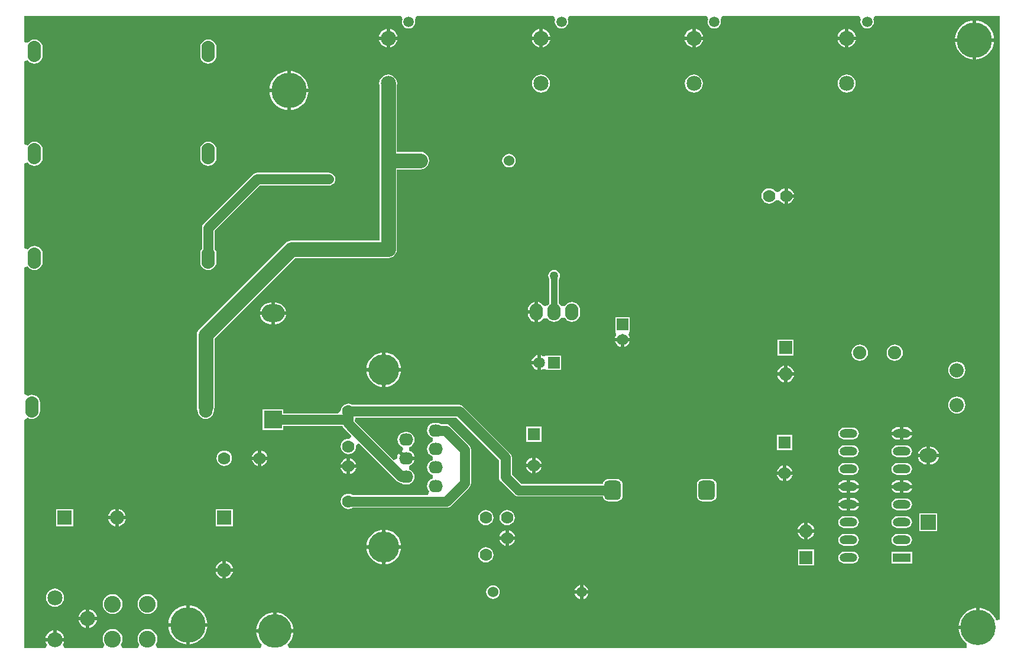
<source format=gbl>
G04 Layer_Physical_Order=2*
G04 Layer_Color=16711680*
%FSLAX25Y25*%
%MOIN*%
G70*
G01*
G75*
%ADD12C,0.03500*%
%ADD13C,0.05500*%
%ADD14C,0.08200*%
%ADD15C,0.07000*%
%ADD16R,0.07000X0.07000*%
%ADD17R,0.06500X0.06500*%
%ADD18C,0.06500*%
%ADD19R,0.06500X0.06500*%
%ADD20C,0.07500*%
%ADD21R,0.08500X0.08500*%
%ADD22O,0.10000X0.08000*%
%ADD23R,0.07500X0.07500*%
%ADD24O,0.07500X0.09500*%
%ADD25O,0.10000X0.05000*%
%ADD26R,0.10000X0.05000*%
%ADD27O,0.08000X0.07000*%
%ADD28C,0.19000*%
%ADD29C,0.09500*%
%ADD30C,0.20000*%
%ADD31C,0.06000*%
%ADD32C,0.08000*%
G04:AMPARAMS|DCode=33|XSize=95mil|YSize=110mil|CornerRadius=23.75mil|HoleSize=0mil|Usage=FLASHONLY|Rotation=0.000|XOffset=0mil|YOffset=0mil|HoleType=Round|Shape=RoundedRectangle|*
%AMROUNDEDRECTD33*
21,1,0.09500,0.06250,0,0,0.0*
21,1,0.04750,0.11000,0,0,0.0*
1,1,0.04750,0.02375,-0.03125*
1,1,0.04750,-0.02375,-0.03125*
1,1,0.04750,-0.02375,0.03125*
1,1,0.04750,0.02375,0.03125*
%
%ADD33ROUNDEDRECTD33*%
%ADD34C,0.08500*%
%ADD35C,0.17500*%
%ADD36O,0.07500X0.12000*%
%ADD37O,0.13000X0.10000*%
%ADD38R,0.10000X0.10000*%
%ADD39C,0.05906*%
%ADD40R,0.08000X0.08000*%
%ADD41R,0.08000X0.08000*%
%ADD42C,0.05000*%
%ADD43C,0.02000*%
G36*
X552184Y18555D02*
X550184Y18157D01*
X549831Y19009D01*
X548927Y20486D01*
X547802Y21802D01*
X546486Y22927D01*
X545009Y23831D01*
X543410Y24494D01*
X541726Y24898D01*
X541000Y24955D01*
Y14000D01*
X540000D01*
Y13000D01*
X529045D01*
X529102Y12274D01*
X529506Y10590D01*
X530169Y8991D01*
X531073Y7514D01*
X532198Y6198D01*
X533514Y5073D01*
X533652Y2643D01*
X533402Y2316D01*
X151408D01*
X150670Y4316D01*
X150948Y4552D01*
X152021Y5809D01*
X152884Y7218D01*
X153517Y8745D01*
X153903Y10352D01*
X153954Y11000D01*
X133046D01*
X133097Y10352D01*
X133483Y8745D01*
X134116Y7218D01*
X134979Y5809D01*
X136052Y4552D01*
X136330Y4316D01*
X135592Y2316D01*
X77215D01*
X76237Y4316D01*
X76533Y4701D01*
X77092Y6051D01*
X77283Y7500D01*
X77092Y8949D01*
X76533Y10299D01*
X75643Y11458D01*
X74484Y12348D01*
X73134Y12907D01*
X71685Y13098D01*
X70236Y12907D01*
X68886Y12348D01*
X67727Y11458D01*
X66837Y10299D01*
X66278Y8949D01*
X66087Y7500D01*
X66278Y6051D01*
X66837Y4701D01*
X67133Y4316D01*
X66155Y2316D01*
X57530D01*
X56552Y4316D01*
X56848Y4701D01*
X57407Y6051D01*
X57598Y7500D01*
X57407Y8949D01*
X56848Y10299D01*
X55958Y11458D01*
X54799Y12348D01*
X53449Y12907D01*
X52000Y13098D01*
X50551Y12907D01*
X49201Y12348D01*
X48042Y11458D01*
X47152Y10299D01*
X46593Y8949D01*
X46402Y7500D01*
X46593Y6051D01*
X47152Y4701D01*
X47448Y4316D01*
X46470Y2316D01*
X24891D01*
X23904Y4316D01*
X24086Y4552D01*
X24615Y5830D01*
X24664Y6200D01*
X14336D01*
X14385Y5830D01*
X14914Y4552D01*
X15096Y4316D01*
X14109Y2316D01*
X2316D01*
Y131205D01*
X4205Y132276D01*
X5312Y131817D01*
X6500Y131661D01*
X7688Y131817D01*
X8795Y132276D01*
X9745Y133005D01*
X10474Y133955D01*
X10933Y135062D01*
X11089Y136250D01*
Y140750D01*
X10933Y141938D01*
X10474Y143045D01*
X9745Y143995D01*
X8795Y144724D01*
X7688Y145183D01*
X6500Y145339D01*
X5312Y145183D01*
X4205Y144724D01*
X2316Y145795D01*
Y217052D01*
X2746Y217279D01*
X4316Y217577D01*
X4755Y217005D01*
X5705Y216276D01*
X6812Y215817D01*
X8000Y215661D01*
X9188Y215817D01*
X10295Y216276D01*
X11245Y217005D01*
X11974Y217955D01*
X12433Y219062D01*
X12589Y220250D01*
Y224750D01*
X12433Y225938D01*
X11974Y227045D01*
X11245Y227995D01*
X10295Y228724D01*
X9188Y229183D01*
X8000Y229339D01*
X6812Y229183D01*
X5705Y228724D01*
X4755Y227995D01*
X4316Y227423D01*
X2746Y227721D01*
X2316Y227948D01*
Y275802D01*
X2746Y276029D01*
X4316Y276327D01*
X4755Y275755D01*
X5705Y275026D01*
X6812Y274567D01*
X8000Y274411D01*
X9188Y274567D01*
X10295Y275026D01*
X11245Y275755D01*
X11974Y276705D01*
X12433Y277812D01*
X12589Y279000D01*
Y283500D01*
X12433Y284688D01*
X11974Y285795D01*
X11245Y286745D01*
X10295Y287474D01*
X9188Y287933D01*
X8000Y288089D01*
X6812Y287933D01*
X5705Y287474D01*
X4755Y286745D01*
X4316Y286173D01*
X2746Y286471D01*
X2316Y286698D01*
Y333552D01*
X2746Y333779D01*
X4316Y334077D01*
X4755Y333505D01*
X5705Y332776D01*
X6812Y332317D01*
X8000Y332161D01*
X9188Y332317D01*
X10295Y332776D01*
X11245Y333505D01*
X11974Y334455D01*
X12433Y335562D01*
X12589Y336750D01*
Y341250D01*
X12433Y342438D01*
X11974Y343545D01*
X11245Y344495D01*
X10295Y345224D01*
X9188Y345683D01*
X8000Y345839D01*
X6812Y345683D01*
X5705Y345224D01*
X4755Y344495D01*
X4316Y343923D01*
X2746Y344221D01*
X2316Y344448D01*
Y359184D01*
X214293D01*
X214798Y358635D01*
X215458Y357184D01*
X215289Y356777D01*
X215160Y355797D01*
X215289Y354818D01*
X215667Y353905D01*
X216268Y353121D01*
X217052Y352519D01*
X217965Y352141D01*
X218945Y352012D01*
X219924Y352141D01*
X220837Y352519D01*
X221621Y353121D01*
X222223Y353905D01*
X222601Y354818D01*
X222730Y355797D01*
X222601Y356777D01*
X222432Y357184D01*
X223092Y358635D01*
X223597Y359184D01*
X300459D01*
X300965Y358635D01*
X301624Y357184D01*
X301455Y356777D01*
X301326Y355797D01*
X301455Y354818D01*
X301834Y353905D01*
X302435Y353121D01*
X303219Y352519D01*
X304132Y352141D01*
X305112Y352012D01*
X306091Y352141D01*
X307004Y352519D01*
X307788Y353121D01*
X308390Y353905D01*
X308768Y354818D01*
X308897Y355797D01*
X308768Y356777D01*
X308599Y357184D01*
X309258Y358635D01*
X309764Y359184D01*
X386626D01*
X387132Y358635D01*
X387791Y357184D01*
X387622Y356777D01*
X387493Y355797D01*
X387622Y354818D01*
X388000Y353905D01*
X388602Y353121D01*
X389386Y352519D01*
X390299Y352141D01*
X391278Y352012D01*
X392258Y352141D01*
X393171Y352519D01*
X393955Y353121D01*
X394556Y353905D01*
X394934Y354818D01*
X395063Y355797D01*
X394934Y356777D01*
X394766Y357184D01*
X395425Y358635D01*
X395930Y359184D01*
X472793D01*
X473298Y358635D01*
X473957Y357184D01*
X473789Y356777D01*
X473660Y355797D01*
X473789Y354818D01*
X474167Y353905D01*
X474768Y353121D01*
X475552Y352519D01*
X476465Y352141D01*
X477445Y352012D01*
X478425Y352141D01*
X479337Y352519D01*
X480121Y353121D01*
X480723Y353905D01*
X481101Y354818D01*
X481230Y355797D01*
X481101Y356777D01*
X480932Y357184D01*
X481592Y358635D01*
X482097Y359184D01*
X552184D01*
Y18555D01*
D02*
G37*
%LPC*%
G36*
X466000Y82500D02*
X461126D01*
X461443Y81735D01*
X462004Y81004D01*
X462735Y80443D01*
X463586Y80090D01*
X464500Y79970D01*
X466000D01*
Y82500D01*
D02*
G37*
G36*
X472874D02*
X468000D01*
Y79970D01*
X469500D01*
X470414Y80090D01*
X471265Y80443D01*
X471996Y81004D01*
X472557Y81735D01*
X472874Y82500D01*
D02*
G37*
G36*
X55500Y80911D02*
Y77000D01*
X59412D01*
X59371Y77305D01*
X58868Y78522D01*
X58066Y79566D01*
X57022Y80367D01*
X55805Y80871D01*
X55500Y80911D01*
D02*
G37*
G36*
X274500Y80337D02*
X273377Y80189D01*
X272331Y79756D01*
X271433Y79067D01*
X270744Y78169D01*
X270311Y77122D01*
X270163Y76000D01*
X270311Y74878D01*
X270744Y73831D01*
X271433Y72933D01*
X272331Y72244D01*
X273377Y71811D01*
X274500Y71663D01*
X275623Y71811D01*
X276669Y72244D01*
X277567Y72933D01*
X278256Y73831D01*
X278689Y74878D01*
X278837Y76000D01*
X278689Y77122D01*
X278256Y78169D01*
X277567Y79067D01*
X276669Y79756D01*
X275623Y80189D01*
X274500Y80337D01*
D02*
G37*
G36*
X53500Y80911D02*
X53195Y80871D01*
X51978Y80367D01*
X50934Y79566D01*
X50133Y78522D01*
X49629Y77305D01*
X49589Y77000D01*
X53500D01*
Y80911D01*
D02*
G37*
G36*
X389375Y97827D02*
X384625D01*
X383796Y97718D01*
X383024Y97398D01*
X382361Y96889D01*
X381852Y96226D01*
X381532Y95454D01*
X381423Y94625D01*
Y88375D01*
X381532Y87546D01*
X381852Y86774D01*
X382361Y86111D01*
X383024Y85602D01*
X383796Y85282D01*
X384625Y85173D01*
X389375D01*
X390204Y85282D01*
X390976Y85602D01*
X391639Y86111D01*
X392148Y86774D01*
X392468Y87546D01*
X392577Y88375D01*
Y94625D01*
X392468Y95454D01*
X392148Y96226D01*
X391639Y96889D01*
X390976Y97398D01*
X390204Y97718D01*
X389375Y97827D01*
D02*
G37*
G36*
X234600Y129512D02*
X233600D01*
X232477Y129364D01*
X231431Y128931D01*
X230533Y128242D01*
X229844Y127344D01*
X229411Y126297D01*
X229263Y125175D01*
X229411Y124053D01*
X229844Y123006D01*
X230533Y122108D01*
X231431Y121419D01*
X232477Y120986D01*
X232683Y120959D01*
Y118941D01*
X232477Y118914D01*
X231431Y118481D01*
X230533Y117792D01*
X229844Y116894D01*
X229411Y115848D01*
X229263Y114725D01*
X229411Y113602D01*
X229844Y112556D01*
X230533Y111658D01*
X231431Y110969D01*
X232477Y110536D01*
X232683Y110509D01*
Y108491D01*
X232477Y108464D01*
X231431Y108031D01*
X230533Y107342D01*
X229844Y106444D01*
X229411Y105397D01*
X229263Y104275D01*
X229411Y103153D01*
X229844Y102106D01*
X230533Y101208D01*
X231431Y100519D01*
X232477Y100086D01*
X232683Y100059D01*
Y98041D01*
X232477Y98014D01*
X231431Y97581D01*
X230533Y96892D01*
X229844Y95994D01*
X229411Y94947D01*
X229263Y93825D01*
X229411Y92703D01*
X229844Y91656D01*
X230516Y90781D01*
X230502Y90672D01*
X229825Y88781D01*
X187397D01*
X187169Y88956D01*
X186123Y89389D01*
X185000Y89537D01*
X183878Y89389D01*
X182831Y88956D01*
X181933Y88267D01*
X181244Y87369D01*
X180811Y86322D01*
X180663Y85200D01*
X180811Y84078D01*
X181244Y83031D01*
X181933Y82133D01*
X182831Y81444D01*
X183878Y81011D01*
X185000Y80863D01*
X186123Y81011D01*
X187169Y81444D01*
X187397Y81619D01*
X240300D01*
X241227Y81741D01*
X242090Y82099D01*
X242832Y82668D01*
X253032Y92868D01*
X253601Y93610D01*
X253959Y94473D01*
X254081Y95400D01*
Y114500D01*
X253959Y115427D01*
X253601Y116290D01*
X253032Y117032D01*
X242357Y127707D01*
X241615Y128276D01*
X240752Y128634D01*
X239825Y128756D01*
X236997D01*
X236769Y128931D01*
X235722Y129364D01*
X234600Y129512D01*
D02*
G37*
G36*
X469500Y87030D02*
X468000D01*
Y84500D01*
X472874D01*
X472557Y85265D01*
X471996Y85996D01*
X471265Y86557D01*
X470414Y86910D01*
X469500Y87030D01*
D02*
G37*
G36*
X499500Y86829D02*
X494500D01*
X493639Y86715D01*
X492836Y86383D01*
X492146Y85854D01*
X491617Y85164D01*
X491285Y84361D01*
X491172Y83500D01*
X491285Y82639D01*
X491617Y81836D01*
X492146Y81146D01*
X492836Y80617D01*
X493639Y80285D01*
X494500Y80172D01*
X499500D01*
X500361Y80285D01*
X501164Y80617D01*
X501854Y81146D01*
X502383Y81836D01*
X502715Y82639D01*
X502829Y83500D01*
X502715Y84361D01*
X502383Y85164D01*
X501854Y85854D01*
X501164Y86383D01*
X500361Y86715D01*
X499500Y86829D01*
D02*
G37*
G36*
X466000Y87030D02*
X464500D01*
X463586Y86910D01*
X462735Y86557D01*
X462004Y85996D01*
X461443Y85265D01*
X461126Y84500D01*
X466000D01*
Y87030D01*
D02*
G37*
G36*
X469500Y76828D02*
X464500D01*
X463638Y76715D01*
X462836Y76383D01*
X462146Y75854D01*
X461618Y75164D01*
X461285Y74361D01*
X461171Y73500D01*
X461285Y72638D01*
X461618Y71836D01*
X462146Y71146D01*
X462836Y70617D01*
X463638Y70285D01*
X464500Y70171D01*
X469500D01*
X470362Y70285D01*
X471164Y70617D01*
X471854Y71146D01*
X472382Y71836D01*
X472715Y72638D01*
X472828Y73500D01*
X472715Y74361D01*
X472382Y75164D01*
X471854Y75854D01*
X471164Y76383D01*
X470362Y76715D01*
X469500Y76828D01*
D02*
G37*
G36*
X499500D02*
X494500D01*
X493639Y76715D01*
X492836Y76383D01*
X492146Y75854D01*
X491617Y75164D01*
X491285Y74361D01*
X491172Y73500D01*
X491285Y72638D01*
X491617Y71836D01*
X492146Y71146D01*
X492836Y70617D01*
X493639Y70285D01*
X494500Y70171D01*
X499500D01*
X500361Y70285D01*
X501164Y70617D01*
X501854Y71146D01*
X502383Y71836D01*
X502715Y72638D01*
X502829Y73500D01*
X502715Y74361D01*
X502383Y75164D01*
X501854Y75854D01*
X501164Y76383D01*
X500361Y76715D01*
X499500Y76828D01*
D02*
G37*
G36*
X444000Y73159D02*
Y69500D01*
X447659D01*
X447628Y69740D01*
X447149Y70895D01*
X446388Y71888D01*
X445396Y72649D01*
X444240Y73128D01*
X444000Y73159D01*
D02*
G37*
G36*
X517050Y78525D02*
X506950D01*
Y68425D01*
X517050D01*
Y78525D01*
D02*
G37*
G36*
X442000Y73159D02*
X441760Y73128D01*
X440604Y72649D01*
X439612Y71888D01*
X438851Y70895D01*
X438372Y69740D01*
X438341Y69500D01*
X442000D01*
Y73159D01*
D02*
G37*
G36*
X119800Y80800D02*
X110200D01*
Y71200D01*
X119800D01*
Y80800D01*
D02*
G37*
G36*
X262500Y80337D02*
X261378Y80189D01*
X260331Y79756D01*
X259433Y79067D01*
X258744Y78169D01*
X258311Y77122D01*
X258163Y76000D01*
X258311Y74878D01*
X258744Y73831D01*
X259433Y72933D01*
X260331Y72244D01*
X261378Y71811D01*
X262500Y71663D01*
X263622Y71811D01*
X264669Y72244D01*
X265567Y72933D01*
X266256Y73831D01*
X266689Y74878D01*
X266837Y76000D01*
X266689Y77122D01*
X266256Y78169D01*
X265567Y79067D01*
X264669Y79756D01*
X263622Y80189D01*
X262500Y80337D01*
D02*
G37*
G36*
X29800Y80800D02*
X20200D01*
Y71200D01*
X29800D01*
Y80800D01*
D02*
G37*
G36*
X53500Y75000D02*
X49589D01*
X49629Y74695D01*
X50133Y73478D01*
X50934Y72434D01*
X51978Y71632D01*
X53195Y71129D01*
X53500Y71088D01*
Y75000D01*
D02*
G37*
G36*
X59412D02*
X55500D01*
Y71088D01*
X55805Y71129D01*
X57022Y71632D01*
X58066Y72434D01*
X58868Y73478D01*
X59371Y74695D01*
X59412Y75000D01*
D02*
G37*
G36*
X189407Y104000D02*
X186000D01*
Y100593D01*
X186175Y100616D01*
X187269Y101069D01*
X188209Y101791D01*
X188931Y102731D01*
X189384Y103825D01*
X189407Y104000D01*
D02*
G37*
G36*
X288500Y104500D02*
X285093D01*
X285116Y104325D01*
X285569Y103231D01*
X286291Y102291D01*
X287231Y101569D01*
X288325Y101116D01*
X288500Y101093D01*
Y104500D01*
D02*
G37*
G36*
X184000Y104000D02*
X180593D01*
X180616Y103825D01*
X181069Y102731D01*
X181791Y101791D01*
X182731Y101069D01*
X183825Y100616D01*
X184000Y100593D01*
Y104000D01*
D02*
G37*
G36*
X469500Y106828D02*
X464500D01*
X463638Y106715D01*
X462836Y106383D01*
X462146Y105854D01*
X461618Y105164D01*
X461285Y104361D01*
X461171Y103500D01*
X461285Y102638D01*
X461618Y101836D01*
X462146Y101146D01*
X462836Y100617D01*
X463638Y100285D01*
X464500Y100171D01*
X469500D01*
X470362Y100285D01*
X471164Y100617D01*
X471854Y101146D01*
X472382Y101836D01*
X472715Y102638D01*
X472828Y103500D01*
X472715Y104361D01*
X472382Y105164D01*
X471854Y105854D01*
X471164Y106383D01*
X470362Y106715D01*
X469500Y106828D01*
D02*
G37*
G36*
X499500D02*
X494500D01*
X493639Y106715D01*
X492836Y106383D01*
X492146Y105854D01*
X491617Y105164D01*
X491285Y104361D01*
X491172Y103500D01*
X491285Y102638D01*
X491617Y101836D01*
X492146Y101146D01*
X492836Y100617D01*
X493639Y100285D01*
X494500Y100171D01*
X499500D01*
X500361Y100285D01*
X501164Y100617D01*
X501854Y101146D01*
X502383Y101836D01*
X502715Y102638D01*
X502829Y103500D01*
X502715Y104361D01*
X502383Y105164D01*
X501854Y105854D01*
X501164Y106383D01*
X500361Y106715D01*
X499500Y106828D01*
D02*
G37*
G36*
X134000Y108500D02*
X130593D01*
X130616Y108325D01*
X131069Y107231D01*
X131791Y106291D01*
X132731Y105569D01*
X133825Y105116D01*
X134000Y105093D01*
Y108500D01*
D02*
G37*
G36*
X139407D02*
X136000D01*
Y105093D01*
X136175Y105116D01*
X137269Y105569D01*
X138209Y106291D01*
X138931Y107231D01*
X139384Y108325D01*
X139407Y108500D01*
D02*
G37*
G36*
X432000Y105407D02*
Y102000D01*
X435407D01*
X435384Y102175D01*
X434931Y103269D01*
X434209Y104209D01*
X433269Y104931D01*
X432175Y105384D01*
X432000Y105407D01*
D02*
G37*
G36*
X293907Y104500D02*
X290500D01*
Y101093D01*
X290675Y101116D01*
X291769Y101569D01*
X292709Y102291D01*
X293431Y103231D01*
X293884Y104325D01*
X293907Y104500D01*
D02*
G37*
G36*
X430000Y105407D02*
X429825Y105384D01*
X428731Y104931D01*
X427791Y104209D01*
X427069Y103269D01*
X426616Y102175D01*
X426593Y102000D01*
X430000D01*
Y105407D01*
D02*
G37*
G36*
X502874Y92500D02*
X498000D01*
Y89970D01*
X499500D01*
X500414Y90090D01*
X501265Y90443D01*
X501996Y91004D01*
X502557Y91735D01*
X502874Y92500D01*
D02*
G37*
G36*
X466000Y97030D02*
X464500D01*
X463586Y96910D01*
X462735Y96557D01*
X462004Y95996D01*
X461443Y95265D01*
X461126Y94500D01*
X466000D01*
Y97030D01*
D02*
G37*
G36*
X496000Y92500D02*
X491126D01*
X491443Y91735D01*
X492004Y91004D01*
X492735Y90443D01*
X493586Y90090D01*
X494500Y89970D01*
X496000D01*
Y92500D01*
D02*
G37*
G36*
X466000D02*
X461126D01*
X461443Y91735D01*
X462004Y91004D01*
X462735Y90443D01*
X463586Y90090D01*
X464500Y89970D01*
X466000D01*
Y92500D01*
D02*
G37*
G36*
X472874D02*
X468000D01*
Y89970D01*
X469500D01*
X470414Y90090D01*
X471265Y90443D01*
X471996Y91004D01*
X472557Y91735D01*
X472874Y92500D01*
D02*
G37*
G36*
X430000Y100000D02*
X426593D01*
X426616Y99825D01*
X427069Y98731D01*
X427791Y97791D01*
X428731Y97069D01*
X429825Y96616D01*
X430000Y96593D01*
Y100000D01*
D02*
G37*
G36*
X435407D02*
X432000D01*
Y96593D01*
X432175Y96616D01*
X433269Y97069D01*
X434209Y97791D01*
X434931Y98731D01*
X435384Y99825D01*
X435407Y100000D01*
D02*
G37*
G36*
X499500Y97030D02*
X498000D01*
Y94500D01*
X502874D01*
X502557Y95265D01*
X501996Y95996D01*
X501265Y96557D01*
X500414Y96910D01*
X499500Y97030D01*
D02*
G37*
G36*
X469500D02*
X468000D01*
Y94500D01*
X472874D01*
X472557Y95265D01*
X471996Y95996D01*
X471265Y96557D01*
X470414Y96910D01*
X469500Y97030D01*
D02*
G37*
G36*
X496000D02*
X494500D01*
X493586Y96910D01*
X492735Y96557D01*
X492004Y95996D01*
X491443Y95265D01*
X491126Y94500D01*
X496000D01*
Y97030D01*
D02*
G37*
G36*
X275500Y68907D02*
Y65500D01*
X278907D01*
X278884Y65675D01*
X278431Y66769D01*
X277709Y67709D01*
X276769Y68431D01*
X275675Y68884D01*
X275500Y68907D01*
D02*
G37*
G36*
X52000Y32783D02*
X50551Y32592D01*
X49201Y32033D01*
X48042Y31143D01*
X47152Y29984D01*
X46593Y28634D01*
X46402Y27185D01*
X46593Y25736D01*
X47152Y24386D01*
X48042Y23227D01*
X49201Y22337D01*
X50551Y21778D01*
X52000Y21587D01*
X53449Y21778D01*
X54799Y22337D01*
X55958Y23227D01*
X56848Y24386D01*
X57407Y25736D01*
X57598Y27185D01*
X57407Y28634D01*
X56848Y29984D01*
X55958Y31143D01*
X54799Y32033D01*
X53449Y32592D01*
X52000Y32783D01*
D02*
G37*
G36*
X71685D02*
X70236Y32592D01*
X68886Y32033D01*
X67727Y31143D01*
X66837Y29984D01*
X66278Y28634D01*
X66087Y27185D01*
X66278Y25736D01*
X66837Y24386D01*
X67727Y23227D01*
X68886Y22337D01*
X70236Y21778D01*
X71685Y21587D01*
X73134Y21778D01*
X74484Y22337D01*
X75643Y23227D01*
X76533Y24386D01*
X77092Y25736D01*
X77283Y27185D01*
X77092Y28634D01*
X76533Y29984D01*
X75643Y31143D01*
X74484Y32033D01*
X73134Y32592D01*
X71685Y32783D01*
D02*
G37*
G36*
X39000Y24164D02*
Y20000D01*
X43164D01*
X43115Y20370D01*
X42586Y21648D01*
X41744Y22744D01*
X40648Y23586D01*
X39371Y24115D01*
X39000Y24164D01*
D02*
G37*
G36*
X95500Y26455D02*
Y16500D01*
X105455D01*
X105398Y17226D01*
X104994Y18910D01*
X104331Y20509D01*
X103427Y21986D01*
X102302Y23302D01*
X100986Y24427D01*
X99509Y25331D01*
X97910Y25994D01*
X96226Y26398D01*
X95500Y26455D01*
D02*
G37*
G36*
X37000Y24164D02*
X36630Y24115D01*
X35352Y23586D01*
X34256Y22744D01*
X33414Y21648D01*
X32885Y20370D01*
X32836Y20000D01*
X37000D01*
Y24164D01*
D02*
G37*
G36*
X266500Y37833D02*
X265508Y37702D01*
X264584Y37319D01*
X263790Y36710D01*
X263181Y35916D01*
X262798Y34992D01*
X262667Y34000D01*
X262798Y33008D01*
X263181Y32084D01*
X263790Y31290D01*
X264584Y30681D01*
X265508Y30298D01*
X266500Y30167D01*
X267492Y30298D01*
X268416Y30681D01*
X269210Y31290D01*
X269819Y32084D01*
X270202Y33008D01*
X270333Y34000D01*
X270202Y34992D01*
X269819Y35916D01*
X269210Y36710D01*
X268416Y37319D01*
X267492Y37702D01*
X266500Y37833D01*
D02*
G37*
G36*
X315500Y37903D02*
X315456Y37897D01*
X314483Y37494D01*
X313647Y36853D01*
X313006Y36017D01*
X312603Y35044D01*
X312597Y35000D01*
X315500D01*
Y37903D01*
D02*
G37*
G36*
X320403Y33000D02*
X317500D01*
Y30097D01*
X317544Y30103D01*
X318517Y30506D01*
X319353Y31147D01*
X319994Y31983D01*
X320397Y32956D01*
X320403Y33000D01*
D02*
G37*
G36*
X19500Y35894D02*
X18182Y35720D01*
X16953Y35211D01*
X15898Y34402D01*
X15089Y33347D01*
X14580Y32118D01*
X14406Y30800D01*
X14580Y29482D01*
X15089Y28253D01*
X15898Y27198D01*
X16953Y26389D01*
X18182Y25880D01*
X19500Y25706D01*
X20818Y25880D01*
X22047Y26389D01*
X23102Y27198D01*
X23911Y28253D01*
X24420Y29482D01*
X24594Y30800D01*
X24420Y32118D01*
X23911Y33347D01*
X23102Y34402D01*
X22047Y35211D01*
X20818Y35720D01*
X19500Y35894D01*
D02*
G37*
G36*
X315500Y33000D02*
X312597D01*
X312603Y32956D01*
X313006Y31983D01*
X313647Y31147D01*
X314483Y30506D01*
X315456Y30103D01*
X315500Y30097D01*
Y33000D01*
D02*
G37*
G36*
X20500Y12364D02*
Y8200D01*
X24664D01*
X24615Y8570D01*
X24086Y9848D01*
X23244Y10944D01*
X22148Y11786D01*
X20870Y12315D01*
X20500Y12364D01*
D02*
G37*
G36*
X142500Y22454D02*
X141852Y22403D01*
X140245Y22017D01*
X138718Y21384D01*
X137309Y20521D01*
X136052Y19448D01*
X134979Y18191D01*
X134116Y16782D01*
X133483Y15255D01*
X133097Y13648D01*
X133046Y13000D01*
X142500D01*
Y22454D01*
D02*
G37*
G36*
X18500Y12364D02*
X18129Y12315D01*
X16852Y11786D01*
X15756Y10944D01*
X14914Y9848D01*
X14385Y8570D01*
X14336Y8200D01*
X18500D01*
Y12364D01*
D02*
G37*
G36*
X93500Y14500D02*
X83545D01*
X83602Y13774D01*
X84006Y12090D01*
X84669Y10491D01*
X85573Y9014D01*
X86698Y7698D01*
X88014Y6573D01*
X89491Y5669D01*
X91090Y5006D01*
X92774Y4602D01*
X93500Y4545D01*
Y14500D01*
D02*
G37*
G36*
X105455D02*
X95500D01*
Y4545D01*
X96226Y4602D01*
X97910Y5006D01*
X99509Y5669D01*
X100986Y6573D01*
X102302Y7698D01*
X103427Y9014D01*
X104331Y10491D01*
X104994Y12090D01*
X105398Y13774D01*
X105455Y14500D01*
D02*
G37*
G36*
X539000Y24955D02*
X538274Y24898D01*
X536590Y24494D01*
X534991Y23831D01*
X533514Y22927D01*
X532198Y21802D01*
X531073Y20486D01*
X530169Y19009D01*
X529506Y17410D01*
X529102Y15726D01*
X529045Y15000D01*
X539000D01*
Y24955D01*
D02*
G37*
G36*
X93500Y26455D02*
X92774Y26398D01*
X91090Y25994D01*
X89491Y25331D01*
X88014Y24427D01*
X86698Y23302D01*
X85573Y21986D01*
X84669Y20509D01*
X84006Y18910D01*
X83602Y17226D01*
X83545Y16500D01*
X93500D01*
Y26455D01*
D02*
G37*
G36*
X43164Y18000D02*
X39000D01*
Y13836D01*
X39371Y13885D01*
X40648Y14414D01*
X41744Y15256D01*
X42586Y16352D01*
X43115Y17629D01*
X43164Y18000D01*
D02*
G37*
G36*
X144500Y22454D02*
Y13000D01*
X153954D01*
X153903Y13648D01*
X153517Y15255D01*
X152884Y16782D01*
X152021Y18191D01*
X150948Y19448D01*
X149691Y20521D01*
X148282Y21384D01*
X146755Y22017D01*
X145148Y22403D01*
X144500Y22454D01*
D02*
G37*
G36*
X37000Y18000D02*
X32836D01*
X32885Y17629D01*
X33414Y16352D01*
X34256Y15256D01*
X35352Y14414D01*
X36630Y13885D01*
X37000Y13836D01*
Y18000D01*
D02*
G37*
G36*
X469500Y66829D02*
X464500D01*
X463638Y66715D01*
X462836Y66383D01*
X462146Y65854D01*
X461618Y65164D01*
X461285Y64362D01*
X461171Y63500D01*
X461285Y62638D01*
X461618Y61836D01*
X462146Y61146D01*
X462836Y60617D01*
X463638Y60285D01*
X464500Y60172D01*
X469500D01*
X470362Y60285D01*
X471164Y60617D01*
X471854Y61146D01*
X472382Y61836D01*
X472715Y62638D01*
X472828Y63500D01*
X472715Y64362D01*
X472382Y65164D01*
X471854Y65854D01*
X471164Y66383D01*
X470362Y66715D01*
X469500Y66829D01*
D02*
G37*
G36*
X499500D02*
X494500D01*
X493639Y66715D01*
X492836Y66383D01*
X492146Y65854D01*
X491617Y65164D01*
X491285Y64362D01*
X491172Y63500D01*
X491285Y62638D01*
X491617Y61836D01*
X492146Y61146D01*
X492836Y60617D01*
X493639Y60285D01*
X494500Y60172D01*
X499500D01*
X500361Y60285D01*
X501164Y60617D01*
X501854Y61146D01*
X502383Y61836D01*
X502715Y62638D01*
X502829Y63500D01*
X502715Y64362D01*
X502383Y65164D01*
X501854Y65854D01*
X501164Y66383D01*
X500361Y66715D01*
X499500Y66829D01*
D02*
G37*
G36*
X278907Y63500D02*
X275500D01*
Y60093D01*
X275675Y60116D01*
X276769Y60569D01*
X277709Y61291D01*
X278431Y62231D01*
X278884Y63325D01*
X278907Y63500D01*
D02*
G37*
G36*
X262500Y59337D02*
X261378Y59189D01*
X260331Y58756D01*
X259433Y58067D01*
X258744Y57169D01*
X258311Y56122D01*
X258163Y55000D01*
X258311Y53878D01*
X258744Y52831D01*
X259433Y51933D01*
X260331Y51244D01*
X261378Y50811D01*
X262500Y50663D01*
X263622Y50811D01*
X264669Y51244D01*
X265567Y51933D01*
X266256Y52831D01*
X266689Y53878D01*
X266837Y55000D01*
X266689Y56122D01*
X266256Y57169D01*
X265567Y58067D01*
X264669Y58756D01*
X263622Y59189D01*
X262500Y59337D01*
D02*
G37*
G36*
X273500Y63500D02*
X270093D01*
X270116Y63325D01*
X270569Y62231D01*
X271291Y61291D01*
X272231Y60569D01*
X273325Y60116D01*
X273500Y60093D01*
Y63500D01*
D02*
G37*
G36*
X447659Y67500D02*
X444000D01*
Y63841D01*
X444240Y63872D01*
X445396Y64351D01*
X446388Y65112D01*
X447149Y66105D01*
X447628Y67260D01*
X447659Y67500D01*
D02*
G37*
G36*
X273500Y68907D02*
X273325Y68884D01*
X272231Y68431D01*
X271291Y67709D01*
X270569Y66769D01*
X270116Y65675D01*
X270093Y65500D01*
X273500D01*
Y68907D01*
D02*
G37*
G36*
X442000Y67500D02*
X438341D01*
X438372Y67260D01*
X438851Y66105D01*
X439612Y65112D01*
X440604Y64351D01*
X441760Y63872D01*
X442000Y63841D01*
Y67500D01*
D02*
G37*
G36*
X204000Y69199D02*
X203089Y69109D01*
X201251Y68551D01*
X199557Y67646D01*
X198072Y66428D01*
X196854Y64943D01*
X195949Y63249D01*
X195391Y61411D01*
X195301Y60500D01*
X204000D01*
Y69199D01*
D02*
G37*
G36*
X206000D02*
Y60500D01*
X214699D01*
X214609Y61411D01*
X214051Y63249D01*
X213146Y64943D01*
X211928Y66428D01*
X210443Y67646D01*
X208749Y68551D01*
X206911Y69109D01*
X206000Y69199D01*
D02*
G37*
G36*
X114000Y51411D02*
X113695Y51371D01*
X112478Y50867D01*
X111434Y50066D01*
X110633Y49022D01*
X110129Y47805D01*
X110089Y47500D01*
X114000D01*
Y51411D01*
D02*
G37*
G36*
X116000D02*
Y47500D01*
X119912D01*
X119871Y47805D01*
X119368Y49022D01*
X118566Y50066D01*
X117522Y50867D01*
X116305Y51371D01*
X116000Y51411D01*
D02*
G37*
G36*
X119912Y45500D02*
X116000D01*
Y41589D01*
X116305Y41629D01*
X117522Y42132D01*
X118566Y42934D01*
X119368Y43978D01*
X119871Y45195D01*
X119912Y45500D01*
D02*
G37*
G36*
X317500Y37903D02*
Y35000D01*
X320403D01*
X320397Y35044D01*
X319994Y36017D01*
X319353Y36853D01*
X318517Y37494D01*
X317544Y37897D01*
X317500Y37903D01*
D02*
G37*
G36*
X114000Y45500D02*
X110089D01*
X110129Y45195D01*
X110633Y43978D01*
X111434Y42934D01*
X112478Y42132D01*
X113695Y41629D01*
X114000Y41589D01*
Y45500D01*
D02*
G37*
G36*
X469500Y56828D02*
X464500D01*
X463638Y56715D01*
X462836Y56383D01*
X462146Y55854D01*
X461618Y55164D01*
X461285Y54361D01*
X461171Y53500D01*
X461285Y52639D01*
X461618Y51836D01*
X462146Y51146D01*
X462836Y50617D01*
X463638Y50285D01*
X464500Y50172D01*
X469500D01*
X470362Y50285D01*
X471164Y50617D01*
X471854Y51146D01*
X472382Y51836D01*
X472715Y52639D01*
X472828Y53500D01*
X472715Y54361D01*
X472382Y55164D01*
X471854Y55854D01*
X471164Y56383D01*
X470362Y56715D01*
X469500Y56828D01*
D02*
G37*
G36*
X502800Y56800D02*
X491200D01*
Y50200D01*
X502800D01*
Y56800D01*
D02*
G37*
G36*
X214699Y58500D02*
X206000D01*
Y49801D01*
X206911Y49891D01*
X208749Y50449D01*
X210443Y51354D01*
X211928Y52572D01*
X213146Y54057D01*
X214051Y55751D01*
X214609Y57589D01*
X214699Y58500D01*
D02*
G37*
G36*
X447550Y58050D02*
X438450D01*
Y48950D01*
X447550D01*
Y58050D01*
D02*
G37*
G36*
X204000Y58500D02*
X195301D01*
X195391Y57589D01*
X195949Y55751D01*
X196854Y54057D01*
X198072Y52572D01*
X199557Y51354D01*
X201251Y50449D01*
X203089Y49891D01*
X204000Y49801D01*
Y58500D01*
D02*
G37*
G36*
X115000Y113837D02*
X113877Y113689D01*
X112831Y113256D01*
X111933Y112567D01*
X111244Y111669D01*
X110811Y110623D01*
X110663Y109500D01*
X110811Y108378D01*
X111244Y107331D01*
X111933Y106433D01*
X112831Y105744D01*
X113877Y105311D01*
X115000Y105163D01*
X116122Y105311D01*
X117169Y105744D01*
X118067Y106433D01*
X118756Y107331D01*
X119189Y108378D01*
X119337Y109500D01*
X119189Y110623D01*
X118756Y111669D01*
X118067Y112567D01*
X117169Y113256D01*
X116122Y113689D01*
X115000Y113837D01*
D02*
G37*
G36*
X162455Y316000D02*
X152500D01*
Y306045D01*
X153226Y306102D01*
X154910Y306506D01*
X156509Y307169D01*
X157986Y308073D01*
X159302Y309198D01*
X160427Y310514D01*
X161331Y311991D01*
X161994Y313590D01*
X162398Y315274D01*
X162455Y316000D01*
D02*
G37*
G36*
X293616Y326048D02*
X292297Y325875D01*
X291069Y325366D01*
X290014Y324556D01*
X289204Y323501D01*
X288696Y322273D01*
X288522Y320955D01*
X288696Y319636D01*
X289204Y318408D01*
X290014Y317353D01*
X291069Y316544D01*
X292297Y316035D01*
X293616Y315861D01*
X294934Y316035D01*
X296162Y316544D01*
X297217Y317353D01*
X298027Y318408D01*
X298535Y319636D01*
X298709Y320955D01*
X298535Y322273D01*
X298027Y323501D01*
X297217Y324556D01*
X296162Y325366D01*
X294934Y325875D01*
X293616Y326048D01*
D02*
G37*
G36*
X150500Y316000D02*
X140545D01*
X140602Y315274D01*
X141006Y313590D01*
X141669Y311991D01*
X142573Y310514D01*
X143698Y309198D01*
X145014Y308073D01*
X146491Y307169D01*
X148090Y306506D01*
X149774Y306102D01*
X150500Y306045D01*
Y316000D01*
D02*
G37*
G36*
X275500Y281333D02*
X274508Y281202D01*
X273584Y280819D01*
X272790Y280210D01*
X272181Y279416D01*
X271798Y278492D01*
X271667Y277500D01*
X271798Y276508D01*
X272181Y275584D01*
X272790Y274790D01*
X273584Y274181D01*
X274508Y273798D01*
X275500Y273667D01*
X276492Y273798D01*
X277416Y274181D01*
X278210Y274790D01*
X278819Y275584D01*
X279202Y276508D01*
X279333Y277500D01*
X279202Y278492D01*
X278819Y279416D01*
X278210Y280210D01*
X277416Y280819D01*
X276492Y281202D01*
X275500Y281333D01*
D02*
G37*
G36*
X106000Y288089D02*
X104812Y287933D01*
X103705Y287474D01*
X102755Y286745D01*
X102026Y285795D01*
X101567Y284688D01*
X101411Y283500D01*
Y279000D01*
X101567Y277812D01*
X102026Y276705D01*
X102755Y275755D01*
X103705Y275026D01*
X104812Y274567D01*
X106000Y274411D01*
X107188Y274567D01*
X108295Y275026D01*
X109245Y275755D01*
X109974Y276705D01*
X110433Y277812D01*
X110589Y279000D01*
Y283500D01*
X110433Y284688D01*
X109974Y285795D01*
X109245Y286745D01*
X108295Y287474D01*
X107188Y287933D01*
X106000Y288089D01*
D02*
G37*
G36*
X152500Y327955D02*
Y318000D01*
X162455D01*
X162398Y318726D01*
X161994Y320410D01*
X161331Y322009D01*
X160427Y323486D01*
X159302Y324802D01*
X157986Y325927D01*
X156509Y326831D01*
X154910Y327494D01*
X153226Y327898D01*
X152500Y327955D01*
D02*
G37*
G36*
X106000Y345839D02*
X104812Y345683D01*
X103705Y345224D01*
X102755Y344495D01*
X102026Y343545D01*
X101567Y342438D01*
X101411Y341250D01*
Y336750D01*
X101567Y335562D01*
X102026Y334455D01*
X102755Y333505D01*
X103705Y332776D01*
X104812Y332317D01*
X106000Y332161D01*
X107188Y332317D01*
X108295Y332776D01*
X109245Y333505D01*
X109974Y334455D01*
X110433Y335562D01*
X110589Y336750D01*
Y341250D01*
X110433Y342438D01*
X109974Y343545D01*
X109245Y344495D01*
X108295Y345224D01*
X107188Y345683D01*
X106000Y345839D01*
D02*
G37*
G36*
X150500Y327955D02*
X149774Y327898D01*
X148090Y327494D01*
X146491Y326831D01*
X145014Y325927D01*
X143698Y324802D01*
X142573Y323486D01*
X141669Y322009D01*
X141006Y320410D01*
X140602Y318726D01*
X140545Y318000D01*
X150500D01*
Y327955D01*
D02*
G37*
G36*
X379782Y326048D02*
X378464Y325875D01*
X377235Y325366D01*
X376180Y324556D01*
X375371Y323501D01*
X374862Y322273D01*
X374689Y320955D01*
X374862Y319636D01*
X375371Y318408D01*
X376180Y317353D01*
X377235Y316544D01*
X378464Y316035D01*
X379782Y315861D01*
X381101Y316035D01*
X382329Y316544D01*
X383384Y317353D01*
X384193Y318408D01*
X384702Y319636D01*
X384876Y320955D01*
X384702Y322273D01*
X384193Y323501D01*
X383384Y324556D01*
X382329Y325366D01*
X381101Y325875D01*
X379782Y326048D01*
D02*
G37*
G36*
X465949D02*
X464631Y325875D01*
X463402Y325366D01*
X462347Y324556D01*
X461538Y323501D01*
X461029Y322273D01*
X460855Y320955D01*
X461029Y319636D01*
X461538Y318408D01*
X462347Y317353D01*
X463402Y316544D01*
X464631Y316035D01*
X465949Y315861D01*
X467267Y316035D01*
X468496Y316544D01*
X469551Y317353D01*
X470360Y318408D01*
X470869Y319636D01*
X471042Y320955D01*
X470869Y322273D01*
X470360Y323501D01*
X469551Y324556D01*
X468496Y325366D01*
X467267Y325875D01*
X465949Y326048D01*
D02*
G37*
G36*
X144000Y197279D02*
X143500D01*
Y192250D01*
X149931D01*
X149913Y192426D01*
X149570Y193557D01*
X149013Y194599D01*
X148263Y195513D01*
X147350Y196263D01*
X146307Y196820D01*
X145176Y197163D01*
X144000Y197279D01*
D02*
G37*
G36*
X290000Y197659D02*
X289760Y197628D01*
X288604Y197149D01*
X287612Y196388D01*
X286851Y195396D01*
X286372Y194240D01*
X286209Y193000D01*
X290000D01*
Y197659D01*
D02*
G37*
G36*
X141500Y197279D02*
X141000D01*
X139824Y197163D01*
X138693Y196820D01*
X137651Y196263D01*
X136737Y195513D01*
X135987Y194599D01*
X135430Y193557D01*
X135087Y192426D01*
X135070Y192250D01*
X141500D01*
Y197279D01*
D02*
G37*
G36*
X149931Y190250D02*
X143500D01*
Y185221D01*
X144000D01*
X145176Y185337D01*
X146307Y185680D01*
X147350Y186237D01*
X148263Y186987D01*
X149013Y187900D01*
X149570Y188943D01*
X149913Y190074D01*
X149931Y190250D01*
D02*
G37*
G36*
X290000Y191000D02*
X286209D01*
X286372Y189760D01*
X286851Y188604D01*
X287612Y187612D01*
X288604Y186851D01*
X289760Y186372D01*
X290000Y186341D01*
Y191000D01*
D02*
G37*
G36*
X432800Y261907D02*
Y258500D01*
X436207D01*
X436184Y258675D01*
X435731Y259769D01*
X435009Y260709D01*
X434069Y261431D01*
X432975Y261884D01*
X432800Y261907D01*
D02*
G37*
G36*
X430800D02*
X430625Y261884D01*
X429531Y261431D01*
X428591Y260709D01*
X428006Y259947D01*
X426980Y259808D01*
X425766Y259917D01*
X425267Y260567D01*
X424368Y261256D01*
X423322Y261689D01*
X422200Y261837D01*
X421077Y261689D01*
X420031Y261256D01*
X419133Y260567D01*
X418444Y259669D01*
X418011Y258623D01*
X417863Y257500D01*
X418011Y256378D01*
X418444Y255331D01*
X419133Y254433D01*
X420031Y253744D01*
X421077Y253311D01*
X422200Y253163D01*
X423322Y253311D01*
X424368Y253744D01*
X425267Y254433D01*
X425766Y255083D01*
X426980Y255192D01*
X428006Y255053D01*
X428591Y254291D01*
X429531Y253569D01*
X430625Y253116D01*
X430800Y253093D01*
Y257500D01*
Y261907D01*
D02*
G37*
G36*
X436207Y256500D02*
X432800D01*
Y253093D01*
X432975Y253116D01*
X434069Y253569D01*
X435009Y254291D01*
X435731Y255231D01*
X436184Y256325D01*
X436207Y256500D01*
D02*
G37*
G36*
X301000Y215828D02*
X300138Y215715D01*
X299336Y215383D01*
X298646Y214854D01*
X298117Y214164D01*
X297785Y213362D01*
X297672Y212500D01*
X297785Y211638D01*
X298117Y210836D01*
X298400Y210468D01*
Y196740D01*
X297755Y196245D01*
X297240Y195574D01*
X295926Y195462D01*
X294989Y195604D01*
X294388Y196388D01*
X293395Y197149D01*
X292240Y197628D01*
X292000Y197659D01*
Y192000D01*
Y186341D01*
X292240Y186372D01*
X293395Y186851D01*
X294388Y187612D01*
X294989Y188396D01*
X295926Y188538D01*
X297240Y188426D01*
X297755Y187755D01*
X298705Y187026D01*
X299812Y186567D01*
X301000Y186411D01*
X302188Y186567D01*
X303295Y187026D01*
X304245Y187755D01*
X304901Y188609D01*
X305557Y188705D01*
X306442D01*
X307099Y188609D01*
X307755Y187755D01*
X308705Y187026D01*
X309812Y186567D01*
X311000Y186411D01*
X312188Y186567D01*
X313295Y187026D01*
X314245Y187755D01*
X314974Y188705D01*
X315433Y189812D01*
X315589Y191000D01*
Y193000D01*
X315433Y194188D01*
X314974Y195295D01*
X314245Y196245D01*
X313295Y196974D01*
X312188Y197433D01*
X311000Y197589D01*
X309812Y197433D01*
X308705Y196974D01*
X307755Y196245D01*
X307099Y195391D01*
X306442Y195295D01*
X305557D01*
X304901Y195391D01*
X304245Y196245D01*
X303600Y196740D01*
Y210468D01*
X303883Y210836D01*
X304215Y211638D01*
X304328Y212500D01*
X304215Y213362D01*
X303883Y214164D01*
X303354Y214854D01*
X302664Y215383D01*
X301862Y215715D01*
X301000Y215828D01*
D02*
G37*
G36*
X174000Y270581D02*
X133500D01*
X132573Y270459D01*
X131710Y270101D01*
X130968Y269532D01*
X103468Y242032D01*
X102899Y241290D01*
X102541Y240427D01*
X102419Y239500D01*
Y227558D01*
X102026Y227045D01*
X101567Y225938D01*
X101411Y224750D01*
Y220250D01*
X101567Y219062D01*
X102026Y217955D01*
X102755Y217005D01*
X103705Y216276D01*
X104812Y215817D01*
X106000Y215661D01*
X107188Y215817D01*
X108295Y216276D01*
X109245Y217005D01*
X109974Y217955D01*
X110433Y219062D01*
X110589Y220250D01*
Y224750D01*
X110433Y225938D01*
X109974Y227045D01*
X109581Y227558D01*
Y238017D01*
X134983Y263419D01*
X174000D01*
X174927Y263541D01*
X175790Y263899D01*
X176532Y264468D01*
X177101Y265210D01*
X177459Y266073D01*
X177581Y267000D01*
X177459Y267927D01*
X177101Y268790D01*
X176532Y269532D01*
X175790Y270101D01*
X174927Y270459D01*
X174000Y270581D01*
D02*
G37*
G36*
X208449Y351709D02*
Y347545D01*
X212613D01*
X212564Y347916D01*
X212035Y349193D01*
X211193Y350290D01*
X210097Y351131D01*
X208819Y351660D01*
X208449Y351709D01*
D02*
G37*
G36*
X292616D02*
X292245Y351660D01*
X290968Y351131D01*
X289871Y350290D01*
X289030Y349193D01*
X288501Y347916D01*
X288452Y347545D01*
X292616D01*
Y351709D01*
D02*
G37*
G36*
X206449D02*
X206078Y351660D01*
X204801Y351131D01*
X203705Y350290D01*
X202863Y349193D01*
X202334Y347916D01*
X202285Y347545D01*
X206449D01*
Y351709D01*
D02*
G37*
G36*
X537000Y356455D02*
X536274Y356398D01*
X534590Y355994D01*
X532991Y355331D01*
X531514Y354427D01*
X530198Y353302D01*
X529073Y351986D01*
X528169Y350509D01*
X527506Y348910D01*
X527102Y347226D01*
X527045Y346500D01*
X537000D01*
Y356455D01*
D02*
G37*
G36*
X539000D02*
Y346500D01*
X548955D01*
X548898Y347226D01*
X548494Y348910D01*
X547831Y350509D01*
X546927Y351986D01*
X545802Y353302D01*
X544486Y354427D01*
X543009Y355331D01*
X541410Y355994D01*
X539726Y356398D01*
X539000Y356455D01*
D02*
G37*
G36*
X464949Y351709D02*
X464578Y351660D01*
X463301Y351131D01*
X462205Y350290D01*
X461363Y349193D01*
X460834Y347916D01*
X460785Y347545D01*
X464949D01*
Y351709D01*
D02*
G37*
G36*
X466949D02*
Y347545D01*
X471112D01*
X471064Y347916D01*
X470535Y349193D01*
X469693Y350290D01*
X468597Y351131D01*
X467319Y351660D01*
X466949Y351709D01*
D02*
G37*
G36*
X380782D02*
Y347545D01*
X384946D01*
X384897Y347916D01*
X384368Y349193D01*
X383526Y350290D01*
X382430Y351131D01*
X381153Y351660D01*
X380782Y351709D01*
D02*
G37*
G36*
X294616D02*
Y347545D01*
X298779D01*
X298730Y347916D01*
X298201Y349193D01*
X297360Y350290D01*
X296263Y351131D01*
X294986Y351660D01*
X294616Y351709D01*
D02*
G37*
G36*
X378782D02*
X378412Y351660D01*
X377134Y351131D01*
X376038Y350290D01*
X375196Y349193D01*
X374667Y347916D01*
X374619Y347545D01*
X378782D01*
Y351709D01*
D02*
G37*
G36*
X212613Y345545D02*
X208449D01*
Y341382D01*
X208819Y341430D01*
X210097Y341959D01*
X211193Y342801D01*
X212035Y343898D01*
X212564Y345175D01*
X212613Y345545D01*
D02*
G37*
G36*
X292616D02*
X288452D01*
X288501Y345175D01*
X289030Y343898D01*
X289871Y342801D01*
X290968Y341959D01*
X292245Y341430D01*
X292616Y341382D01*
Y345545D01*
D02*
G37*
G36*
X206449D02*
X202285D01*
X202334Y345175D01*
X202863Y343898D01*
X203705Y342801D01*
X204801Y341959D01*
X206078Y341430D01*
X206449Y341382D01*
Y345545D01*
D02*
G37*
G36*
X537000Y344500D02*
X527045D01*
X527102Y343774D01*
X527506Y342090D01*
X528169Y340491D01*
X529073Y339014D01*
X530198Y337698D01*
X531514Y336573D01*
X532991Y335669D01*
X534590Y335006D01*
X536274Y334602D01*
X537000Y334545D01*
Y344500D01*
D02*
G37*
G36*
X548955D02*
X539000D01*
Y334545D01*
X539726Y334602D01*
X541410Y335006D01*
X543009Y335669D01*
X544486Y336573D01*
X545802Y337698D01*
X546927Y339014D01*
X547831Y340491D01*
X548494Y342090D01*
X548898Y343774D01*
X548955Y344500D01*
D02*
G37*
G36*
X464949Y345545D02*
X460785D01*
X460834Y345175D01*
X461363Y343898D01*
X462205Y342801D01*
X463301Y341959D01*
X464578Y341430D01*
X464949Y341382D01*
Y345545D01*
D02*
G37*
G36*
X471112D02*
X466949D01*
Y341382D01*
X467319Y341430D01*
X468597Y341959D01*
X469693Y342801D01*
X470535Y343898D01*
X471064Y345175D01*
X471112Y345545D01*
D02*
G37*
G36*
X384946D02*
X380782D01*
Y341382D01*
X381153Y341430D01*
X382430Y341959D01*
X383526Y342801D01*
X384368Y343898D01*
X384897Y345175D01*
X384946Y345545D01*
D02*
G37*
G36*
X298779D02*
X294616D01*
Y341382D01*
X294986Y341430D01*
X296263Y341959D01*
X297360Y342801D01*
X298201Y343898D01*
X298730Y345175D01*
X298779Y345545D01*
D02*
G37*
G36*
X378782D02*
X374619D01*
X374667Y345175D01*
X375196Y343898D01*
X376038Y342801D01*
X377134Y341959D01*
X378412Y341430D01*
X378782Y341382D01*
Y345545D01*
D02*
G37*
G36*
X141500Y190250D02*
X135070D01*
X135087Y190074D01*
X135430Y188943D01*
X135987Y187900D01*
X136737Y186987D01*
X137651Y186237D01*
X138693Y185680D01*
X139824Y185337D01*
X141000Y185221D01*
X141500D01*
Y190250D01*
D02*
G37*
G36*
X293800Y127300D02*
X285200D01*
Y118700D01*
X293800D01*
Y127300D01*
D02*
G37*
G36*
X496000Y122500D02*
X491126D01*
X491443Y121735D01*
X492004Y121004D01*
X492735Y120443D01*
X493586Y120090D01*
X494500Y119970D01*
X496000D01*
Y122500D01*
D02*
G37*
G36*
X435300Y122800D02*
X426700D01*
Y114200D01*
X435300D01*
Y122800D01*
D02*
G37*
G36*
X511000Y116018D02*
X509695Y115846D01*
X508478Y115342D01*
X507434Y114541D01*
X506633Y113497D01*
X506129Y112280D01*
X506088Y111975D01*
X511000D01*
Y116018D01*
D02*
G37*
G36*
X513000D02*
Y111975D01*
X517911D01*
X517871Y112280D01*
X517368Y113497D01*
X516566Y114541D01*
X515522Y115342D01*
X514305Y115846D01*
X513000Y116018D01*
D02*
G37*
G36*
X499500Y127030D02*
X498000D01*
Y124500D01*
X502874D01*
X502557Y125265D01*
X501996Y125996D01*
X501265Y126557D01*
X500414Y126910D01*
X499500Y127030D01*
D02*
G37*
G36*
X207449Y326048D02*
X206131Y325875D01*
X204902Y325366D01*
X203847Y324556D01*
X203038Y323501D01*
X202529Y322273D01*
X202355Y320955D01*
X202506Y319806D01*
Y232391D01*
X152949D01*
X151670Y232223D01*
X150478Y231729D01*
X149454Y230943D01*
X101005Y182495D01*
X100220Y181471D01*
X99726Y180279D01*
X99558Y179000D01*
Y138500D01*
X99726Y137221D01*
X99911Y136775D01*
Y136250D01*
X100067Y135062D01*
X100526Y133955D01*
X101255Y133005D01*
X102205Y132276D01*
X103312Y131817D01*
X104500Y131661D01*
X105688Y131817D01*
X106795Y132276D01*
X107745Y133005D01*
X108474Y133955D01*
X108933Y135062D01*
X109089Y136250D01*
Y136775D01*
X109274Y137221D01*
X109442Y138500D01*
Y176953D01*
X154996Y222506D01*
X207449D01*
X208728Y222675D01*
X209920Y223169D01*
X210944Y223954D01*
X211729Y224978D01*
X212223Y226170D01*
X212391Y227449D01*
Y272558D01*
X225500D01*
X226779Y272726D01*
X227971Y273220D01*
X228995Y274005D01*
X229780Y275029D01*
X230274Y276221D01*
X230442Y277500D01*
X230274Y278779D01*
X229780Y279971D01*
X228995Y280995D01*
X227971Y281780D01*
X226779Y282274D01*
X225500Y282442D01*
X212391D01*
Y319806D01*
X212542Y320955D01*
X212369Y322273D01*
X211860Y323501D01*
X211051Y324556D01*
X209996Y325366D01*
X208767Y325875D01*
X207449Y326048D01*
D02*
G37*
G36*
X496000Y127030D02*
X494500D01*
X493586Y126910D01*
X492735Y126557D01*
X492004Y125996D01*
X491443Y125265D01*
X491126Y124500D01*
X496000D01*
Y127030D01*
D02*
G37*
G36*
X502874Y122500D02*
X498000D01*
Y119970D01*
X499500D01*
X500414Y120090D01*
X501265Y120443D01*
X501996Y121004D01*
X502557Y121735D01*
X502874Y122500D01*
D02*
G37*
G36*
X469500Y126829D02*
X464500D01*
X463638Y126715D01*
X462836Y126383D01*
X462146Y125854D01*
X461618Y125164D01*
X461285Y124362D01*
X461171Y123500D01*
X461285Y122638D01*
X461618Y121836D01*
X462146Y121146D01*
X462836Y120617D01*
X463638Y120285D01*
X464500Y120171D01*
X469500D01*
X470362Y120285D01*
X471164Y120617D01*
X471854Y121146D01*
X472382Y121836D01*
X472715Y122638D01*
X472828Y123500D01*
X472715Y124362D01*
X472382Y125164D01*
X471854Y125854D01*
X471164Y126383D01*
X470362Y126715D01*
X469500Y126829D01*
D02*
G37*
G36*
X186000Y109407D02*
Y106000D01*
X189407D01*
X189384Y106175D01*
X188931Y107269D01*
X188209Y108209D01*
X187269Y108931D01*
X186175Y109384D01*
X186000Y109407D01*
D02*
G37*
G36*
X288500Y109907D02*
X288325Y109884D01*
X287231Y109431D01*
X286291Y108709D01*
X285569Y107769D01*
X285116Y106675D01*
X285093Y106500D01*
X288500D01*
Y109907D01*
D02*
G37*
G36*
X184000Y109407D02*
X183825Y109384D01*
X182731Y108931D01*
X181791Y108209D01*
X181069Y107269D01*
X180616Y106175D01*
X180593Y106000D01*
X184000D01*
Y109407D01*
D02*
G37*
G36*
X511000Y109975D02*
X506088D01*
X506129Y109670D01*
X506633Y108453D01*
X507434Y107409D01*
X508478Y106607D01*
X509695Y106104D01*
X511000Y105932D01*
Y109975D01*
D02*
G37*
G36*
X517911D02*
X513000D01*
Y105932D01*
X514305Y106104D01*
X515522Y106607D01*
X516566Y107409D01*
X517368Y108453D01*
X517871Y109670D01*
X517911Y109975D01*
D02*
G37*
G36*
X134000Y113907D02*
X133825Y113884D01*
X132731Y113431D01*
X131791Y112709D01*
X131069Y111769D01*
X130616Y110675D01*
X130593Y110500D01*
X134000D01*
Y113907D01*
D02*
G37*
G36*
X136000D02*
Y110500D01*
X139407D01*
X139384Y110675D01*
X138931Y111769D01*
X138209Y112709D01*
X137269Y113431D01*
X136175Y113884D01*
X136000Y113907D01*
D02*
G37*
G36*
X499500Y116829D02*
X494500D01*
X493639Y116715D01*
X492836Y116383D01*
X492146Y115854D01*
X491617Y115164D01*
X491285Y114362D01*
X491172Y113500D01*
X491285Y112638D01*
X491617Y111836D01*
X492146Y111146D01*
X492836Y110617D01*
X493639Y110285D01*
X494500Y110171D01*
X499500D01*
X500361Y110285D01*
X501164Y110617D01*
X501854Y111146D01*
X502383Y111836D01*
X502715Y112638D01*
X502829Y113500D01*
X502715Y114362D01*
X502383Y115164D01*
X501854Y115854D01*
X501164Y116383D01*
X500361Y116715D01*
X499500Y116829D01*
D02*
G37*
G36*
X290500Y109907D02*
Y106500D01*
X293907D01*
X293884Y106675D01*
X293431Y107769D01*
X292709Y108709D01*
X291769Y109431D01*
X290675Y109884D01*
X290500Y109907D01*
D02*
G37*
G36*
X469500Y116829D02*
X464500D01*
X463638Y116715D01*
X462836Y116383D01*
X462146Y115854D01*
X461618Y115164D01*
X461285Y114362D01*
X461171Y113500D01*
X461285Y112638D01*
X461618Y111836D01*
X462146Y111146D01*
X462836Y110617D01*
X463638Y110285D01*
X464500Y110171D01*
X469500D01*
X470362Y110285D01*
X471164Y110617D01*
X471854Y111146D01*
X472382Y111836D01*
X472715Y112638D01*
X472828Y113500D01*
X472715Y114362D01*
X472382Y115164D01*
X471854Y115854D01*
X471164Y116383D01*
X470362Y116715D01*
X469500Y116829D01*
D02*
G37*
G36*
X473315Y173589D02*
X472127Y173433D01*
X471020Y172974D01*
X470070Y172245D01*
X469341Y171295D01*
X468882Y170188D01*
X468726Y169000D01*
X468882Y167812D01*
X469341Y166705D01*
X470070Y165755D01*
X471020Y165026D01*
X472127Y164567D01*
X473315Y164411D01*
X474503Y164567D01*
X475610Y165026D01*
X476560Y165755D01*
X477289Y166705D01*
X477748Y167812D01*
X477904Y169000D01*
X477748Y170188D01*
X477289Y171295D01*
X476560Y172245D01*
X475610Y172974D01*
X474503Y173433D01*
X473315Y173589D01*
D02*
G37*
G36*
X493000D02*
X491812Y173433D01*
X490705Y172974D01*
X489755Y172245D01*
X489026Y171295D01*
X488567Y170188D01*
X488411Y169000D01*
X488567Y167812D01*
X489026Y166705D01*
X489755Y165755D01*
X490705Y165026D01*
X491812Y164567D01*
X493000Y164411D01*
X494188Y164567D01*
X495295Y165026D01*
X496245Y165755D01*
X496974Y166705D01*
X497433Y167812D01*
X497589Y169000D01*
X497433Y170188D01*
X496974Y171295D01*
X496245Y172245D01*
X495295Y172974D01*
X494188Y173433D01*
X493000Y173589D01*
D02*
G37*
G36*
X206000Y169199D02*
Y160500D01*
X214699D01*
X214609Y161411D01*
X214051Y163249D01*
X213146Y164943D01*
X211928Y166428D01*
X210443Y167646D01*
X208749Y168551D01*
X206911Y169109D01*
X206000Y169199D01*
D02*
G37*
G36*
X293500Y167655D02*
Y163500D01*
Y159345D01*
X293609Y159359D01*
X294643Y159788D01*
X294950Y160023D01*
X296950Y159450D01*
X297270Y159450D01*
X305050D01*
Y167550D01*
X297270D01*
X296950Y167550D01*
X294950Y166977D01*
X294643Y167212D01*
X293609Y167641D01*
X293500Y167655D01*
D02*
G37*
G36*
X204000Y169199D02*
X203089Y169109D01*
X201251Y168551D01*
X199557Y167646D01*
X198072Y166428D01*
X196854Y164943D01*
X195949Y163249D01*
X195391Y161411D01*
X195301Y160500D01*
X204000D01*
Y169199D01*
D02*
G37*
G36*
X343655Y175500D02*
X340500D01*
Y172345D01*
X340610Y172359D01*
X341643Y172788D01*
X342531Y173469D01*
X343212Y174357D01*
X343641Y175391D01*
X343655Y175500D01*
D02*
G37*
G36*
X343550Y189050D02*
X335450D01*
Y181270D01*
X335450Y180950D01*
X336023Y178950D01*
X335788Y178643D01*
X335359Y177610D01*
X335345Y177500D01*
X343655D01*
X343641Y177610D01*
X343212Y178643D01*
X342977Y178950D01*
X343550Y180950D01*
X343550Y181270D01*
Y189050D01*
D02*
G37*
G36*
X338500Y175500D02*
X335345D01*
X335359Y175391D01*
X335788Y174357D01*
X336469Y173469D01*
X337357Y172788D01*
X338390Y172359D01*
X338500Y172345D01*
Y175500D01*
D02*
G37*
G36*
X291500Y167655D02*
X291390Y167641D01*
X290357Y167212D01*
X289469Y166531D01*
X288788Y165643D01*
X288359Y164610D01*
X288345Y164500D01*
X291500D01*
Y167655D01*
D02*
G37*
G36*
X436050Y176550D02*
X426950D01*
Y167450D01*
X436050D01*
Y176550D01*
D02*
G37*
G36*
X214699Y158500D02*
X206000D01*
Y149801D01*
X206911Y149891D01*
X208749Y150449D01*
X210443Y151354D01*
X211928Y152572D01*
X213146Y154057D01*
X214051Y155751D01*
X214609Y157589D01*
X214699Y158500D01*
D02*
G37*
G36*
X430500Y156000D02*
X426841D01*
X426872Y155760D01*
X427351Y154604D01*
X428112Y153612D01*
X429105Y152851D01*
X430260Y152372D01*
X430500Y152341D01*
Y156000D01*
D02*
G37*
G36*
X204000Y158500D02*
X195301D01*
X195391Y157589D01*
X195949Y155751D01*
X196854Y154057D01*
X198072Y152572D01*
X199557Y151354D01*
X201251Y150449D01*
X203089Y149891D01*
X204000Y149801D01*
Y158500D01*
D02*
G37*
G36*
X528000Y144341D02*
X526747Y144176D01*
X525579Y143693D01*
X524577Y142923D01*
X523807Y141921D01*
X523323Y140753D01*
X523159Y139500D01*
X523323Y138247D01*
X523807Y137079D01*
X524577Y136077D01*
X525579Y135307D01*
X526747Y134824D01*
X528000Y134659D01*
X529253Y134824D01*
X530421Y135307D01*
X531423Y136077D01*
X532193Y137079D01*
X532677Y138247D01*
X532841Y139500D01*
X532677Y140753D01*
X532193Y141921D01*
X531423Y142923D01*
X530421Y143693D01*
X529253Y144176D01*
X528000Y144341D01*
D02*
G37*
G36*
X185000Y140337D02*
X183878Y140189D01*
X182831Y139756D01*
X181933Y139067D01*
X181244Y138169D01*
X180811Y137122D01*
X180663Y136000D01*
X178800Y134831D01*
X148300D01*
Y137050D01*
X136700D01*
Y125450D01*
X148300D01*
Y127669D01*
X181709D01*
X181899Y127210D01*
X182468Y126468D01*
X183034Y126034D01*
X183468Y125468D01*
X186699Y122237D01*
X186543Y121738D01*
X185657Y120451D01*
X185000Y120537D01*
X183878Y120389D01*
X182831Y119956D01*
X181933Y119267D01*
X181244Y118369D01*
X180811Y117323D01*
X180663Y116200D01*
X180811Y115077D01*
X181244Y114031D01*
X181933Y113133D01*
X182831Y112444D01*
X183878Y112011D01*
X185000Y111863D01*
X186123Y112011D01*
X187169Y112444D01*
X188067Y113133D01*
X188756Y114031D01*
X189189Y115077D01*
X189337Y116200D01*
X189251Y116857D01*
X190538Y117743D01*
X191037Y117899D01*
X212418Y96518D01*
X213160Y95949D01*
X214023Y95591D01*
X214471Y95533D01*
X214781Y95294D01*
X215827Y94861D01*
X216950Y94713D01*
X217950D01*
X219073Y94861D01*
X220119Y95294D01*
X221017Y95983D01*
X221706Y96881D01*
X222139Y97927D01*
X222287Y99050D01*
X222139Y100172D01*
X221706Y101219D01*
X221017Y102117D01*
X220119Y102806D01*
X219343Y103127D01*
X219100Y104219D01*
X219100Y104224D01*
X219354Y105211D01*
X220219Y105569D01*
X221159Y106291D01*
X221881Y107231D01*
X222334Y108325D01*
X222357Y108500D01*
X217450D01*
Y110500D01*
X222357D01*
X222334Y110675D01*
X221881Y111769D01*
X221159Y112709D01*
X220219Y113431D01*
X219354Y113789D01*
X219100Y114776D01*
X219100Y114781D01*
X219343Y115873D01*
X220119Y116194D01*
X221017Y116883D01*
X221706Y117781D01*
X222139Y118827D01*
X222287Y119950D01*
X222139Y121072D01*
X221706Y122119D01*
X221017Y123017D01*
X220119Y123706D01*
X219073Y124139D01*
X217950Y124287D01*
X216950D01*
X215827Y124139D01*
X214781Y123706D01*
X213883Y123017D01*
X213194Y122119D01*
X212761Y121072D01*
X212613Y119950D01*
X212761Y118827D01*
X213194Y117781D01*
X213883Y116883D01*
X214781Y116194D01*
X215557Y115873D01*
X215800Y114781D01*
X215800Y114776D01*
X215546Y113789D01*
X214681Y113431D01*
X213741Y112709D01*
X213019Y111769D01*
X212566Y110675D01*
X212411Y109500D01*
X212414Y109478D01*
X210520Y108544D01*
X188644Y130419D01*
X188735Y132419D01*
X246017D01*
X269919Y108517D01*
Y99000D01*
X270041Y98073D01*
X270399Y97210D01*
X270968Y96468D01*
X278468Y88968D01*
X279210Y88399D01*
X280073Y88041D01*
X281000Y87919D01*
X328483D01*
X328532Y87546D01*
X328852Y86774D01*
X329361Y86111D01*
X330024Y85602D01*
X330796Y85282D01*
X331625Y85173D01*
X336375D01*
X337204Y85282D01*
X337976Y85602D01*
X338639Y86111D01*
X339148Y86774D01*
X339468Y87546D01*
X339577Y88375D01*
Y94625D01*
X339468Y95454D01*
X339148Y96226D01*
X338639Y96889D01*
X337976Y97398D01*
X337204Y97718D01*
X336375Y97827D01*
X331625D01*
X330796Y97718D01*
X330024Y97398D01*
X329361Y96889D01*
X328852Y96226D01*
X328532Y95454D01*
X328483Y95081D01*
X282483D01*
X277081Y100483D01*
Y110000D01*
X276959Y110927D01*
X276601Y111790D01*
X276032Y112532D01*
X250032Y138532D01*
X249290Y139101D01*
X248427Y139459D01*
X247500Y139581D01*
X187397D01*
X187169Y139756D01*
X186123Y140189D01*
X185000Y140337D01*
D02*
G37*
G36*
X432500Y161659D02*
Y158000D01*
X436159D01*
X436128Y158240D01*
X435649Y159396D01*
X434888Y160388D01*
X433895Y161149D01*
X432740Y161628D01*
X432500Y161659D01*
D02*
G37*
G36*
X291500Y162500D02*
X288345D01*
X288359Y162390D01*
X288788Y161357D01*
X289469Y160469D01*
X290357Y159788D01*
X291390Y159359D01*
X291500Y159345D01*
Y162500D01*
D02*
G37*
G36*
X430500Y161659D02*
X430260Y161628D01*
X429105Y161149D01*
X428112Y160388D01*
X427351Y159396D01*
X426872Y158240D01*
X426841Y158000D01*
X430500D01*
Y161659D01*
D02*
G37*
G36*
X436159Y156000D02*
X432500D01*
Y152341D01*
X432740Y152372D01*
X433895Y152851D01*
X434888Y153612D01*
X435649Y154604D01*
X436128Y155760D01*
X436159Y156000D01*
D02*
G37*
G36*
X528000Y164026D02*
X526747Y163862D01*
X525579Y163378D01*
X524577Y162608D01*
X523807Y161606D01*
X523323Y160438D01*
X523159Y159185D01*
X523323Y157932D01*
X523807Y156764D01*
X524577Y155762D01*
X525579Y154992D01*
X526747Y154509D01*
X528000Y154344D01*
X529253Y154509D01*
X530421Y154992D01*
X531423Y155762D01*
X532193Y156764D01*
X532677Y157932D01*
X532841Y159185D01*
X532677Y160438D01*
X532193Y161606D01*
X531423Y162608D01*
X530421Y163378D01*
X529253Y163862D01*
X528000Y164026D01*
D02*
G37*
%LPD*%
D12*
X301000Y192000D02*
Y212500D01*
D13*
X185000Y129000D02*
Y136000D01*
X142500Y131250D02*
X182750D01*
X106000Y222500D02*
Y239500D01*
X133500Y267000D01*
X174000D01*
X185000Y85200D02*
X240300D01*
X250500Y95400D01*
Y114500D01*
X239825Y125175D02*
X250500Y114500D01*
X234100Y125175D02*
X239825D01*
X185000Y136000D02*
X247500D01*
X273500Y110000D01*
Y99000D02*
Y110000D01*
Y99000D02*
X281000Y91500D01*
X334000D01*
X186000Y128000D02*
X214950Y99050D01*
X217450D01*
D14*
X152949Y227449D02*
X207449D01*
X104500Y179000D02*
X152949Y227449D01*
X104500Y138500D02*
Y179000D01*
X207949Y277500D02*
X225500D01*
X207449Y227449D02*
Y320955D01*
D15*
X289500Y105500D02*
D03*
X431000Y101000D02*
D03*
X274500Y76000D02*
D03*
Y64500D02*
D03*
X135000Y109500D02*
D03*
X115000D02*
D03*
X185000Y116200D02*
D03*
Y136000D02*
D03*
Y105000D02*
D03*
Y85200D02*
D03*
X262500Y76000D02*
D03*
Y55000D02*
D03*
X431800Y257500D02*
D03*
X422200D02*
D03*
D16*
X289500Y123000D02*
D03*
X431000Y118500D02*
D03*
D17*
X339500Y185000D02*
D03*
D18*
Y176500D02*
D03*
X292500Y163500D02*
D03*
D19*
X301000D02*
D03*
D20*
X493000Y169000D02*
D03*
X473315D02*
D03*
X443000Y68500D02*
D03*
X431500Y157000D02*
D03*
D21*
X512000Y73475D02*
D03*
D22*
Y110975D02*
D03*
D23*
X443000Y53500D02*
D03*
X431500Y172000D02*
D03*
D24*
X311000Y192000D02*
D03*
X301000D02*
D03*
X291000D02*
D03*
D25*
X467000Y123500D02*
D03*
Y113500D02*
D03*
Y103500D02*
D03*
Y93500D02*
D03*
Y83500D02*
D03*
Y73500D02*
D03*
Y63500D02*
D03*
Y53500D02*
D03*
X497000Y123500D02*
D03*
Y113500D02*
D03*
Y103500D02*
D03*
Y93500D02*
D03*
Y83500D02*
D03*
Y73500D02*
D03*
Y63500D02*
D03*
D26*
Y53500D02*
D03*
D27*
X217450Y99050D02*
D03*
Y119950D02*
D03*
Y109500D02*
D03*
X234100Y114725D02*
D03*
Y125175D02*
D03*
Y104275D02*
D03*
Y93825D02*
D03*
D28*
X143500Y12000D02*
D03*
D29*
X71685Y7500D02*
D03*
X52000D02*
D03*
X71685Y27185D02*
D03*
X52000D02*
D03*
D30*
X151500Y317000D02*
D03*
X538000Y345500D02*
D03*
X540000Y14000D02*
D03*
X94500Y15500D02*
D03*
D31*
X225500Y277500D02*
D03*
X275500D02*
D03*
X266500Y34000D02*
D03*
X316500D02*
D03*
D32*
X528000Y139500D02*
D03*
Y159185D02*
D03*
X115000Y46500D02*
D03*
X54500Y76000D02*
D03*
D33*
X334000Y91500D02*
D03*
X387000D02*
D03*
D34*
X19500Y30800D02*
D03*
X38000Y19000D02*
D03*
X19500Y7200D02*
D03*
X465949Y346545D02*
D03*
Y320955D02*
D03*
X379782Y346545D02*
D03*
Y320955D02*
D03*
X293616Y346545D02*
D03*
Y320955D02*
D03*
X207449Y346545D02*
D03*
Y320955D02*
D03*
D35*
X205000Y159500D02*
D03*
Y59500D02*
D03*
D36*
X106000Y339000D02*
D03*
X8000D02*
D03*
Y281250D02*
D03*
X106000D02*
D03*
X8000Y222500D02*
D03*
X106000D02*
D03*
X6500Y138500D02*
D03*
X104500D02*
D03*
D37*
X142500Y191250D02*
D03*
D38*
Y131250D02*
D03*
D39*
X477445Y355797D02*
D03*
X391278D02*
D03*
X305112D02*
D03*
X218945D02*
D03*
D40*
X115000Y76000D02*
D03*
D41*
X25000D02*
D03*
D42*
X167500Y267000D02*
D03*
X161000D02*
D03*
X174000D02*
D03*
X154500D02*
D03*
X301000Y212500D02*
D03*
D43*
X211950Y115000D02*
X217450Y109500D01*
M02*

</source>
